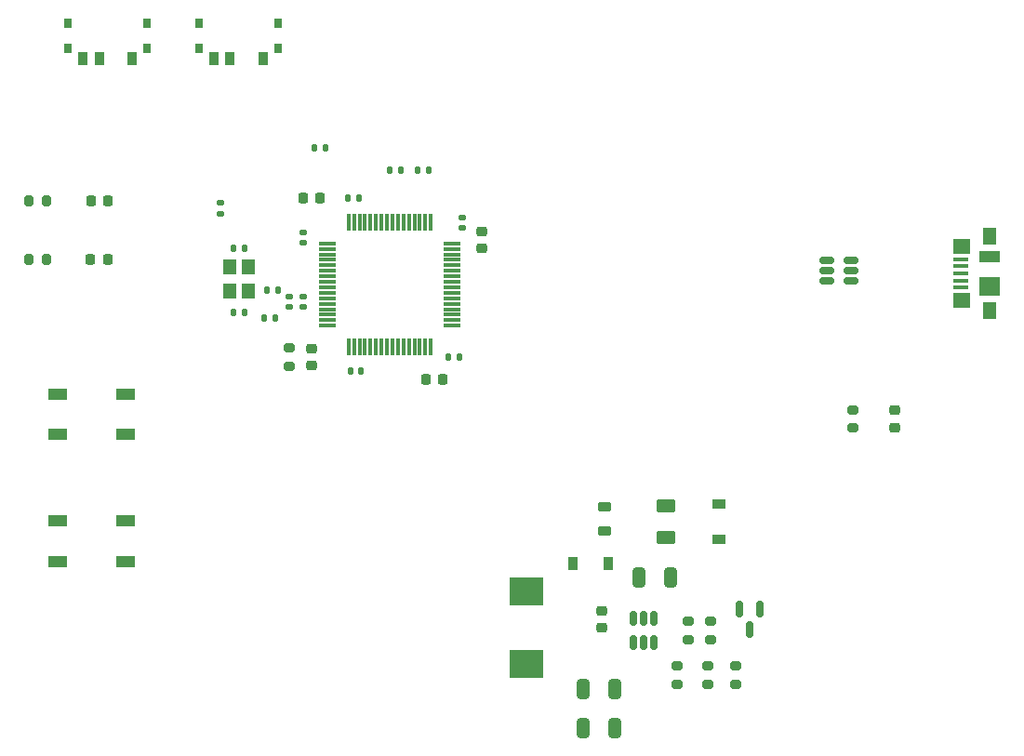
<source format=gbr>
%TF.GenerationSoftware,KiCad,Pcbnew,(6.0.9)*%
%TF.CreationDate,2022-12-02T11:09:33-06:00*%
%TF.ProjectId,First_stm32,46697273-745f-4737-946d-33322e6b6963,rev?*%
%TF.SameCoordinates,Original*%
%TF.FileFunction,Paste,Top*%
%TF.FilePolarity,Positive*%
%FSLAX46Y46*%
G04 Gerber Fmt 4.6, Leading zero omitted, Abs format (unit mm)*
G04 Created by KiCad (PCBNEW (6.0.9)) date 2022-12-02 11:09:33*
%MOMM*%
%LPD*%
G01*
G04 APERTURE LIST*
G04 Aperture macros list*
%AMRoundRect*
0 Rectangle with rounded corners*
0 $1 Rounding radius*
0 $2 $3 $4 $5 $6 $7 $8 $9 X,Y pos of 4 corners*
0 Add a 4 corners polygon primitive as box body*
4,1,4,$2,$3,$4,$5,$6,$7,$8,$9,$2,$3,0*
0 Add four circle primitives for the rounded corners*
1,1,$1+$1,$2,$3*
1,1,$1+$1,$4,$5*
1,1,$1+$1,$6,$7*
1,1,$1+$1,$8,$9*
0 Add four rect primitives between the rounded corners*
20,1,$1+$1,$2,$3,$4,$5,0*
20,1,$1+$1,$4,$5,$6,$7,0*
20,1,$1+$1,$6,$7,$8,$9,0*
20,1,$1+$1,$8,$9,$2,$3,0*%
G04 Aperture macros list end*
%ADD10R,1.800000X1.100000*%
%ADD11R,0.900000X1.200000*%
%ADD12RoundRect,0.140000X-0.140000X-0.170000X0.140000X-0.170000X0.140000X0.170000X-0.140000X0.170000X0*%
%ADD13R,0.900000X1.250000*%
%ADD14R,0.800000X0.930000*%
%ADD15RoundRect,0.200000X-0.275000X0.200000X-0.275000X-0.200000X0.275000X-0.200000X0.275000X0.200000X0*%
%ADD16RoundRect,0.225000X0.225000X0.250000X-0.225000X0.250000X-0.225000X-0.250000X0.225000X-0.250000X0*%
%ADD17RoundRect,0.250000X0.625000X-0.375000X0.625000X0.375000X-0.625000X0.375000X-0.625000X-0.375000X0*%
%ADD18RoundRect,0.140000X0.170000X-0.140000X0.170000X0.140000X-0.170000X0.140000X-0.170000X-0.140000X0*%
%ADD19RoundRect,0.218750X0.256250X-0.218750X0.256250X0.218750X-0.256250X0.218750X-0.256250X-0.218750X0*%
%ADD20RoundRect,0.225000X0.250000X-0.225000X0.250000X0.225000X-0.250000X0.225000X-0.250000X-0.225000X0*%
%ADD21RoundRect,0.218750X-0.218750X-0.256250X0.218750X-0.256250X0.218750X0.256250X-0.218750X0.256250X0*%
%ADD22RoundRect,0.218750X-0.256250X0.218750X-0.256250X-0.218750X0.256250X-0.218750X0.256250X0.218750X0*%
%ADD23R,3.048000X2.540000*%
%ADD24RoundRect,0.150000X-0.150000X0.587500X-0.150000X-0.587500X0.150000X-0.587500X0.150000X0.587500X0*%
%ADD25RoundRect,0.140000X0.140000X0.170000X-0.140000X0.170000X-0.140000X-0.170000X0.140000X-0.170000X0*%
%ADD26RoundRect,0.135000X0.185000X-0.135000X0.185000X0.135000X-0.185000X0.135000X-0.185000X-0.135000X0*%
%ADD27R,1.200000X0.900000*%
%ADD28RoundRect,0.200000X0.275000X-0.200000X0.275000X0.200000X-0.275000X0.200000X-0.275000X-0.200000X0*%
%ADD29RoundRect,0.135000X0.135000X0.185000X-0.135000X0.185000X-0.135000X-0.185000X0.135000X-0.185000X0*%
%ADD30RoundRect,0.250000X-0.325000X-0.650000X0.325000X-0.650000X0.325000X0.650000X-0.325000X0.650000X0*%
%ADD31RoundRect,0.218750X-0.381250X0.218750X-0.381250X-0.218750X0.381250X-0.218750X0.381250X0.218750X0*%
%ADD32RoundRect,0.200000X0.200000X0.275000X-0.200000X0.275000X-0.200000X-0.275000X0.200000X-0.275000X0*%
%ADD33RoundRect,0.225000X-0.225000X-0.250000X0.225000X-0.250000X0.225000X0.250000X-0.225000X0.250000X0*%
%ADD34RoundRect,0.075000X-0.700000X-0.075000X0.700000X-0.075000X0.700000X0.075000X-0.700000X0.075000X0*%
%ADD35RoundRect,0.075000X-0.075000X-0.700000X0.075000X-0.700000X0.075000X0.700000X-0.075000X0.700000X0*%
%ADD36R,1.380000X0.450000*%
%ADD37R,1.900000X1.000000*%
%ADD38R,1.550000X1.425000*%
%ADD39R,1.300000X1.650000*%
%ADD40R,1.900000X1.800000*%
%ADD41RoundRect,0.150000X0.150000X-0.512500X0.150000X0.512500X-0.150000X0.512500X-0.150000X-0.512500X0*%
%ADD42RoundRect,0.150000X0.512500X0.150000X-0.512500X0.150000X-0.512500X-0.150000X0.512500X-0.150000X0*%
%ADD43RoundRect,0.147500X-0.147500X-0.172500X0.147500X-0.172500X0.147500X0.172500X-0.147500X0.172500X0*%
%ADD44R,1.200000X1.400000*%
G04 APERTURE END LIST*
D10*
%TO.C,SW3*%
X105512800Y-101015800D03*
X99312800Y-101015800D03*
X99312800Y-104715800D03*
X105512800Y-104715800D03*
%TD*%
D11*
%TO.C,D2*%
X146178000Y-104902000D03*
X149478000Y-104902000D03*
%TD*%
D12*
%TO.C,C15*%
X115344000Y-76200000D03*
X116304000Y-76200000D03*
%TD*%
D13*
%TO.C,SW1*%
X117999200Y-58894800D03*
X114999200Y-58894800D03*
X113499200Y-58894800D03*
D14*
X112149200Y-57954800D03*
X112149200Y-55684800D03*
X119349200Y-55684800D03*
X119349200Y-57954800D03*
%TD*%
D15*
%TO.C,R1*%
X156718000Y-110173000D03*
X156718000Y-111823000D03*
%TD*%
D16*
%TO.C,C5*%
X123203000Y-71628000D03*
X121653000Y-71628000D03*
%TD*%
D17*
%TO.C,F1*%
X154686000Y-102492000D03*
X154686000Y-99692000D03*
%TD*%
D18*
%TO.C,C9*%
X136144000Y-74366000D03*
X136144000Y-73406000D03*
%TD*%
D19*
%TO.C,D4*%
X122428000Y-86893500D03*
X122428000Y-85318500D03*
%TD*%
D10*
%TO.C,SW4*%
X105512800Y-89458800D03*
X99312800Y-89458800D03*
X99312800Y-93158800D03*
X105512800Y-93158800D03*
%TD*%
D20*
%TO.C,C14*%
X137922000Y-76213000D03*
X137922000Y-74663000D03*
%TD*%
D21*
%TO.C,D5*%
X102311000Y-77216000D03*
X103886000Y-77216000D03*
%TD*%
D22*
%TO.C,D3*%
X175514000Y-90932000D03*
X175514000Y-92507000D03*
%TD*%
D23*
%TO.C,L1*%
X141960600Y-107467400D03*
X141960600Y-114071400D03*
%TD*%
D18*
%TO.C,C12*%
X120396000Y-81534000D03*
X120396000Y-80574000D03*
%TD*%
D24*
%TO.C,Q1*%
X163256000Y-109044500D03*
X161356000Y-109044500D03*
X162306000Y-110919500D03*
%TD*%
D12*
%TO.C,C8*%
X134902000Y-86106000D03*
X135862000Y-86106000D03*
%TD*%
D25*
%TO.C,C16*%
X116304000Y-82042000D03*
X115344000Y-82042000D03*
%TD*%
D26*
%TO.C,R14*%
X114147600Y-73103200D03*
X114147600Y-72083200D03*
%TD*%
D18*
%TO.C,C11*%
X121666000Y-81534000D03*
X121666000Y-80574000D03*
%TD*%
D27*
%TO.C,D1*%
X159512000Y-102742000D03*
X159512000Y-99442000D03*
%TD*%
D28*
%TO.C,R3*%
X155702000Y-115887000D03*
X155702000Y-114237000D03*
%TD*%
D29*
%TO.C,R7*%
X123700000Y-67056000D03*
X122680000Y-67056000D03*
%TD*%
D30*
%TO.C,C1*%
X152195000Y-106172000D03*
X155145000Y-106172000D03*
%TD*%
D29*
%TO.C,R10*%
X133098000Y-69088000D03*
X132078000Y-69088000D03*
%TD*%
D15*
%TO.C,R9*%
X120396000Y-85281000D03*
X120396000Y-86931000D03*
%TD*%
D31*
%TO.C,FB1*%
X149098000Y-99775500D03*
X149098000Y-101900500D03*
%TD*%
D32*
%TO.C,R13*%
X98335500Y-71882000D03*
X96685500Y-71882000D03*
%TD*%
D33*
%TO.C,C13*%
X132829000Y-88138000D03*
X134379000Y-88138000D03*
%TD*%
D34*
%TO.C,U2*%
X123865000Y-75752000D03*
X123865000Y-76252000D03*
X123865000Y-76752000D03*
X123865000Y-77252000D03*
X123865000Y-77752000D03*
X123865000Y-78252000D03*
X123865000Y-78752000D03*
X123865000Y-79252000D03*
X123865000Y-79752000D03*
X123865000Y-80252000D03*
X123865000Y-80752000D03*
X123865000Y-81252000D03*
X123865000Y-81752000D03*
X123865000Y-82252000D03*
X123865000Y-82752000D03*
X123865000Y-83252000D03*
D35*
X125790000Y-85177000D03*
X126290000Y-85177000D03*
X126790000Y-85177000D03*
X127290000Y-85177000D03*
X127790000Y-85177000D03*
X128290000Y-85177000D03*
X128790000Y-85177000D03*
X129290000Y-85177000D03*
X129790000Y-85177000D03*
X130290000Y-85177000D03*
X130790000Y-85177000D03*
X131290000Y-85177000D03*
X131790000Y-85177000D03*
X132290000Y-85177000D03*
X132790000Y-85177000D03*
X133290000Y-85177000D03*
D34*
X135215000Y-83252000D03*
X135215000Y-82752000D03*
X135215000Y-82252000D03*
X135215000Y-81752000D03*
X135215000Y-81252000D03*
X135215000Y-80752000D03*
X135215000Y-80252000D03*
X135215000Y-79752000D03*
X135215000Y-79252000D03*
X135215000Y-78752000D03*
X135215000Y-78252000D03*
X135215000Y-77752000D03*
X135215000Y-77252000D03*
X135215000Y-76752000D03*
X135215000Y-76252000D03*
X135215000Y-75752000D03*
D35*
X133290000Y-73827000D03*
X132790000Y-73827000D03*
X132290000Y-73827000D03*
X131790000Y-73827000D03*
X131290000Y-73827000D03*
X130790000Y-73827000D03*
X130290000Y-73827000D03*
X129790000Y-73827000D03*
X129290000Y-73827000D03*
X128790000Y-73827000D03*
X128290000Y-73827000D03*
X127790000Y-73827000D03*
X127290000Y-73827000D03*
X126790000Y-73827000D03*
X126290000Y-73827000D03*
X125790000Y-73827000D03*
%TD*%
D36*
%TO.C,J5*%
X181490000Y-79786000D03*
X181490000Y-79136000D03*
X181490000Y-78486000D03*
X181490000Y-77836000D03*
X181490000Y-77186000D03*
D37*
X184150000Y-76936000D03*
D38*
X181575000Y-80973500D03*
D39*
X184150000Y-81861000D03*
X184150000Y-75111000D03*
D40*
X184150000Y-79636000D03*
D38*
X181575000Y-75998500D03*
%TD*%
D30*
%TO.C,C3*%
X147115000Y-119888000D03*
X150065000Y-119888000D03*
%TD*%
D32*
%TO.C,R12*%
X98335500Y-77216000D03*
X96685500Y-77216000D03*
%TD*%
D41*
%TO.C,U1*%
X151704000Y-112135500D03*
X152654000Y-112135500D03*
X153604000Y-112135500D03*
X153604000Y-109860500D03*
X152654000Y-109860500D03*
X151704000Y-109860500D03*
%TD*%
D12*
%TO.C,C10*%
X125758000Y-71628000D03*
X126718000Y-71628000D03*
%TD*%
D13*
%TO.C,SW2*%
X106085200Y-58894800D03*
X103085200Y-58894800D03*
X101585200Y-58894800D03*
D14*
X100235200Y-57954800D03*
X100235200Y-55684800D03*
X107435200Y-55684800D03*
X107435200Y-57954800D03*
%TD*%
D21*
%TO.C,D6*%
X102336500Y-71882000D03*
X103911500Y-71882000D03*
%TD*%
D25*
%TO.C,C7*%
X126944000Y-87376000D03*
X125984000Y-87376000D03*
%TD*%
D42*
%TO.C,U3*%
X171571500Y-79182000D03*
X171571500Y-78232000D03*
X171571500Y-77282000D03*
X169296500Y-77282000D03*
X169296500Y-78232000D03*
X169296500Y-79182000D03*
%TD*%
D43*
%TO.C,L2*%
X118133000Y-82550000D03*
X119103000Y-82550000D03*
%TD*%
D20*
%TO.C,C4*%
X148844000Y-110757000D03*
X148844000Y-109207000D03*
%TD*%
D18*
%TO.C,C6*%
X121666000Y-75692000D03*
X121666000Y-74732000D03*
%TD*%
D29*
%TO.C,R8*%
X119382000Y-80010000D03*
X118362000Y-80010000D03*
%TD*%
D28*
%TO.C,R6*%
X171704000Y-92582000D03*
X171704000Y-90932000D03*
%TD*%
D29*
%TO.C,R11*%
X130558000Y-69088000D03*
X129538000Y-69088000D03*
%TD*%
D28*
%TO.C,R5*%
X161036000Y-115887000D03*
X161036000Y-114237000D03*
%TD*%
D44*
%TO.C,Y1*%
X114974000Y-77894000D03*
X114974000Y-80094000D03*
X116674000Y-80094000D03*
X116674000Y-77894000D03*
%TD*%
D28*
%TO.C,R2*%
X158750000Y-111823000D03*
X158750000Y-110173000D03*
%TD*%
D30*
%TO.C,C2*%
X147115000Y-116332000D03*
X150065000Y-116332000D03*
%TD*%
D15*
%TO.C,R4*%
X158496000Y-114237000D03*
X158496000Y-115887000D03*
%TD*%
M02*

</source>
